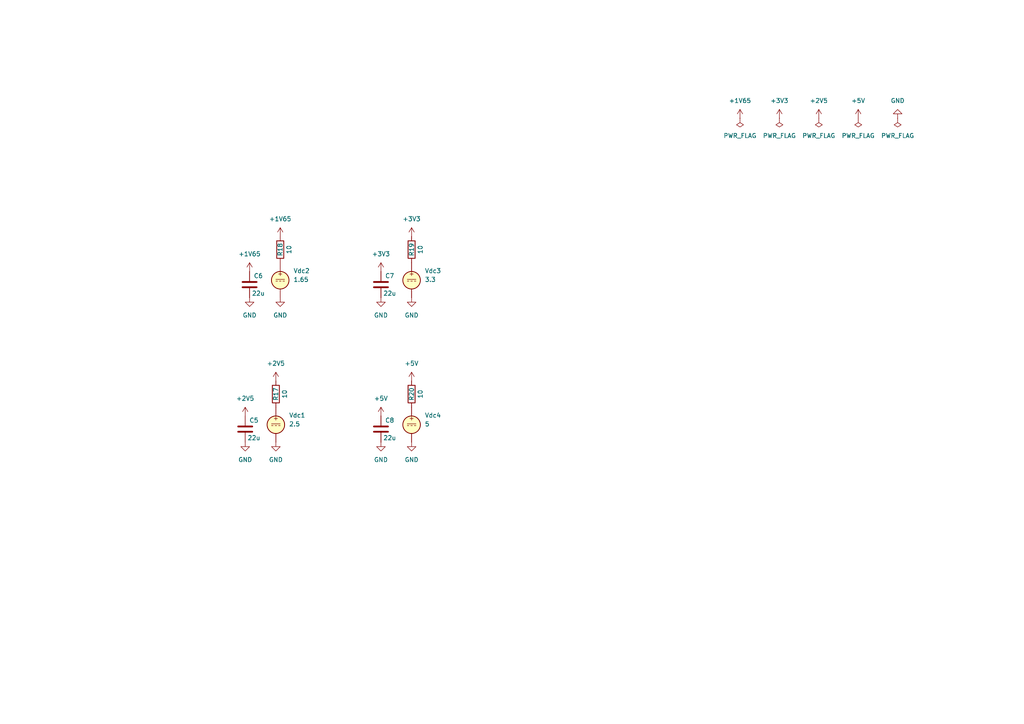
<source format=kicad_sch>
(kicad_sch (version 20211123) (generator eeschema)
  (paper "A4")
  (lib_symbols
    (symbol "Device:C" (pin_numbers hide) (pin_names (offset 0.254))
      (property "Reference" "C" (at 0.635 2.54 0))
      (property "Value" "C" (at 0.635 -2.54 0))
      (symbol "C_0_1"
        (polyline (pts (xy -2.032 -0.762) (xy 2.032 -0.762)) (stroke (width 0.508)))
        (polyline (pts (xy -2.032 0.762) (xy 2.032 0.762)) (stroke (width 0.508)))
      )
      (symbol "C_1_1"
        (pin passive line (at 0 3.81 270) (length 2.794) (name "~") (number "1"))
        (pin passive line (at 0 -3.81 90) (length 2.794) (name "~") (number "2"))
      )
    )
    (symbol "Device:R" (pin_numbers hide) (pin_names (offset 0))
      (property "Reference" "R" (at 2.032 0 90))
      (property "Value" "R" (at 0 0 90))
      (symbol "R_0_1"
        (rectangle (start -1.016 -2.54) (end 1.016 2.54) (stroke (width 0.254)))
      )
      (symbol "R_1_1"
        (pin passive line (at 0 3.81 270) (length 1.27) (name "~") (number "1"))
        (pin passive line (at 0 -3.81 90) (length 1.27) (name "~") (number "2"))
      )
    )
    (symbol "Library:+1V65" (power) (pin_names (offset 0))
      (property "Value" "+1V65" (at 0 5.08 0))
      (symbol "+1V65_0_1"
        (polyline (pts (xy -0.762 1.27) (xy 0 2.54)))
        (polyline (pts (xy 0 0) (xy 0 2.54)))
        (polyline (pts (xy 0 2.54) (xy 0.762 1.27)))
      )
      (symbol "+1V65_1_1"
        (pin power_in line (at 0 0 90) (length 0) hide (name "+1V65") (number "1"))
      )
    )
    (symbol "Simulation_SPICE:VDC" (pin_numbers hide) (pin_names (offset 0.0254))
      (property "Reference" "V" (at 2.54 2.54 0))
      (property "Value" "VDC" (at 2.54 0 0))
      (property "Spice_Model" "dc(1)" (at 2.54 -2.54 0))
      (symbol "VDC_0_0"
        (polyline (pts (xy -1.27 0.254) (xy 1.27 0.254)))
        (polyline (pts (xy -0.762 -0.254) (xy -1.27 -0.254)))
        (polyline (pts (xy 0.254 -0.254) (xy -0.254 -0.254)))
        (polyline (pts (xy 1.27 -0.254) (xy 0.762 -0.254)))
        (text "+" (at 0 1.905 0) (effects (font (size 1.27 1.27))))
      )
      (symbol "VDC_0_1"
        (circle (center 0 0) (radius 2.54) (stroke (width 0.254)) (fill (type background)))
      )
      (symbol "VDC_1_1"
        (pin passive line (at 0 5.08 270) (length 2.54) (name "~") (number "1"))
        (pin passive line (at 0 -5.08 90) (length 2.54) (name "~") (number "2"))
      )
    )
    (symbol "power:+2V5" (power) (pin_names (offset 0))
      (property "Value" "+2V5" (at 0 3.556 0))
      (symbol "+2V5_0_1"
        (polyline (pts (xy -0.762 1.27) (xy 0 2.54)))
        (polyline (pts (xy 0 0) (xy 0 2.54)))
        (polyline (pts (xy 0 2.54) (xy 0.762 1.27)))
      )
      (symbol "+2V5_1_1"
        (pin power_in line (at 0 0 90) (length 0) hide (name "+2V5") (number "1"))
      )
    )
    (symbol "power:+3V3" (power) (pin_names (offset 0))
      (property "Value" "+3V3" (at 0 3.556 0))
      (symbol "+3V3_0_1"
        (polyline (pts (xy -0.762 1.27) (xy 0 2.54)))
        (polyline (pts (xy 0 0) (xy 0 2.54)))
        (polyline (pts (xy 0 2.54) (xy 0.762 1.27)))
      )
      (symbol "+3V3_1_1"
        (pin power_in line (at 0 0 90) (length 0) hide (name "+3V3") (number "1"))
      )
    )
    (symbol "power:+5V" (power) (pin_names (offset 0))
      (property "Value" "+5V" (at 0 3.556 0))
      (symbol "+5V_0_1"
        (polyline (pts (xy -0.762 1.27) (xy 0 2.54)))
        (polyline (pts (xy 0 0) (xy 0 2.54)))
        (polyline (pts (xy 0 2.54) (xy 0.762 1.27)))
      )
      (symbol "+5V_1_1"
        (pin power_in line (at 0 0 90) (length 0) hide (name "+5V") (number "1"))
      )
    )
    (symbol "power:GND" (power) (pin_names (offset 0))
      (property "Value" "GND" (at 0 -3.81 0))
      (symbol "GND_0_1"
        (polyline (pts (xy 0 0) (xy 0 -1.27) (xy 1.27 -1.27) (xy 0 -2.54) (xy -1.27 -1.27) (xy 0 -1.27)))
      )
      (symbol "GND_1_1"
        (pin power_in line (at 0 0 270) (length 0) hide (name "GND") (number "1"))
      )
    )
    (symbol "power:PWR_FLAG" (power) (pin_numbers hide) (pin_names (offset 0) hide)
      (property "Value" "PWR_FLAG" (at 0 3.81 0))
      (symbol "PWR_FLAG_0_0"
        (pin power_out line (at 0 0 90) (length 0) (name "pwr") (number "1"))
      )
      (symbol "PWR_FLAG_0_1"
        (polyline (pts (xy 0 0) (xy 0 1.27) (xy -1.016 1.905) (xy 0 2.54) (xy 1.016 1.905) (xy 0 1.27)))
      )
    )
  )
  (symbol (lib_id "power:PWR_FLAG") (at 260.35 34.29 0) (mirror x) (unit 1)
    (property "Reference" "#FLG05" (effects hide))
    (property "Value" "PWR_FLAG" (at 260.35 39.37 0))
  )
  (symbol (lib_id "power:+5V") (at 110.49 120.65 0) (unit 1)
    (property "Reference" "#PWR026" (effects hide))
    (property "Value" "+5V" (at 110.49 115.57 0))
  )
  (symbol (lib_id "Device:C") (at 110.49 124.46 180) (unit 1)
    (property "Reference" "C8" (at 113.03 121.92 0))
    (property "Value" "22u" (at 113.03 127 0))
  )
  (symbol (lib_id "Simulation_SPICE:VDC") (at 119.38 123.19 0) (unit 1)
    (property "Reference" "Vdc4" (at 123.19 120.4601 0) (effects (justify left)))
    (property "Value" "5V" (at 123.19 123.0001 0) (effects (justify left)))
    (property "Spice_Netlist_Enabled" "Y" (effects hide))
    (property "Spice_Primitive" "V" (effects hide))
    (property "Spice_Model" "dc 5" (at 123.19 125.5401 0) (effects (justify left)))
  )
  (symbol (lib_id "power:+3V3") (at 119.38 68.58 0) (unit 1)
    (property "Reference" "#PWR028" (effects hide))
    (property "Value" "+3V3" (at 119.38 63.5 0))
  )
  (symbol (lib_id "power:+5V") (at 248.92 34.29 0) (unit 1)
    (property "Reference" "#PWR035" (effects hide))
    (property "Value" "+5V" (at 248.92 29.21 0))
  )
  (symbol (lib_id "power:+3V3") (at 226.06 34.29 0) (unit 1)
    (property "Reference" "#PWR033" (effects hide))
    (property "Value" "+3V3" (at 226.06 29.21 0))
  )
  (symbol (lib_id "Library:+1V65") (at 81.28 68.58 0) (unit 1)
    (property "Reference" "#PWR022" (effects hide))
    (property "Value" "+1V65" (at 81.28 63.5 0))
  )
  (symbol (lib_id "power:GND") (at 110.49 128.27 0) (unit 1)
    (property "Reference" "#PWR027" (effects hide))
    (property "Value" "GND" (at 110.49 133.35 0))
  )
  (symbol (lib_id "power:PWR_FLAG") (at 226.06 34.29 0) (mirror x) (unit 1)
    (property "Reference" "#FLG02" (effects hide))
    (property "Value" "PWR_FLAG" (at 226.06 39.37 0))
  )
  (symbol (lib_id "Device:R") (at 81.28 72.39 0) (mirror x) (unit 1)
    (property "Reference" "R18" (at 81.28 72.39 90))
    (property "Value" "10" (at 83.82 72.39 90))
  )
  (symbol (lib_id "Device:R") (at 119.38 72.39 0) (mirror x) (unit 1)
    (property "Reference" "R19" (at 119.38 72.39 90))
    (property "Value" "10" (at 121.92 72.39 90))
  )
  (symbol (lib_id "Library:+1V65") (at 72.39 78.74 0) (unit 1)
    (property "Reference" "#PWR018" (effects hide))
    (property "Value" "+1V65" (at 72.39 73.66 0))
  )
  (symbol (lib_id "power:+2V5") (at 80.01 110.49 0) (unit 1)
    (property "Reference" "#PWR020" (effects hide))
    (property "Value" "+2V5" (at 80.01 105.41 0))
  )
  (symbol (lib_id "power:PWR_FLAG") (at 237.49 34.29 0) (mirror x) (unit 1)
    (property "Reference" "#FLG03" (effects hide))
    (property "Value" "PWR_FLAG" (at 237.49 39.37 0))
  )
  (symbol (lib_id "Device:C") (at 72.39 82.55 180) (unit 1)
    (property "Reference" "C6" (at 74.93 80.01 0))
    (property "Value" "22u" (at 74.93 85.09 0))
  )
  (symbol (lib_id "power:+3V3") (at 110.49 78.74 0) (unit 1)
    (property "Reference" "#PWR024" (effects hide))
    (property "Value" "+3V3" (at 110.49 73.66 0))
  )
  (symbol (lib_id "power:GND") (at 119.38 86.36 0) (unit 1)
    (property "Reference" "#PWR029" (effects hide))
    (property "Value" "GND" (at 119.38 91.44 0))
  )
  (symbol (lib_id "power:GND") (at 71.12 128.27 0) (unit 1)
    (property "Reference" "#PWR017" (effects hide))
    (property "Value" "GND" (at 71.12 133.35 0))
  )
  (symbol (lib_id "power:+5V") (at 119.38 110.49 0) (unit 1)
    (property "Reference" "#PWR030" (effects hide))
    (property "Value" "+5V" (at 119.38 105.41 0))
  )
  (symbol (lib_id "power:GND") (at 119.38 128.27 0) (unit 1)
    (property "Reference" "#PWR031" (effects hide))
    (property "Value" "GND" (at 119.38 133.35 0))
  )
  (symbol (lib_id "power:GND") (at 72.39 86.36 0) (unit 1)
    (property "Reference" "#PWR019" (effects hide))
    (property "Value" "GND" (at 72.39 91.44 0))
  )
  (symbol (lib_id "power:PWR_FLAG") (at 214.63 34.29 0) (mirror x) (unit 1)
    (property "Reference" "#FLG01" (effects hide))
    (property "Value" "PWR_FLAG" (at 214.63 39.37 0))
  )
  (symbol (lib_id "power:GND") (at 260.35 34.29 180) (unit 1)
    (property "Reference" "#PWR036" (effects hide))
    (property "Value" "GND" (at 260.35 29.21 0))
  )
  (symbol (lib_id "power:+2V5") (at 237.49 34.29 0) (unit 1)
    (property "Reference" "#PWR034" (effects hide))
    (property "Value" "+2V5" (at 237.49 29.21 0))
  )
  (symbol (lib_id "Simulation_SPICE:VDC") (at 119.38 81.28 0) (unit 1)
    (property "Reference" "Vdc3" (at 123.19 78.5501 0) (effects (justify left)))
    (property "Value" "3V3" (at 123.19 81.0901 0) (effects (justify left)))
    (property "Spice_Netlist_Enabled" "Y" (effects hide))
    (property "Spice_Primitive" "V" (effects hide))
    (property "Spice_Model" "dc 3.3" (at 123.19 83.6301 0) (effects (justify left)))
  )
  (symbol (lib_id "power:GND") (at 80.01 128.27 0) (unit 1)
    (property "Reference" "#PWR021" (effects hide))
    (property "Value" "GND" (at 80.01 133.35 0))
  )
  (symbol (lib_id "Device:C") (at 71.12 124.46 180) (unit 1)
    (property "Reference" "C5" (at 73.66 121.92 0))
    (property "Value" "22u" (at 73.66 127 0))
  )
  (symbol (lib_id "Device:R") (at 119.38 114.3 0) (mirror x) (unit 1)
    (property "Reference" "R20" (at 119.38 114.3 90))
    (property "Value" "10" (at 121.92 114.3 90))
  )
  (symbol (lib_id "Simulation_SPICE:VDC") (at 81.28 81.28 0) (unit 1)
    (property "Reference" "Vdc2" (at 85.09 78.5501 0) (effects (justify left)))
    (property "Value" "1V65" (at 85.09 81.0901 0) (effects (justify left)))
    (property "Spice_Netlist_Enabled" "Y" (effects hide))
    (property "Spice_Primitive" "V" (effects hide))
    (property "Spice_Model" "dc 1.65" (at 85.09 83.6301 0) (effects (justify left)))
  )
  (symbol (lib_id "power:GND") (at 110.49 86.36 0) (unit 1)
    (property "Reference" "#PWR025" (effects hide))
    (property "Value" "GND" (at 110.49 91.44 0))
  )
  (symbol (lib_id "Device:R") (at 80.01 114.3 0) (mirror x) (unit 1)
    (property "Reference" "R17" (at 80.01 114.3 90))
    (property "Value" "10" (at 82.55 114.3 90))
  )
  (symbol (lib_id "Device:C") (at 110.49 82.55 180) (unit 1)
    (property "Reference" "C7" (at 113.03 80.01 0))
    (property "Value" "22u" (at 113.03 85.09 0))
  )
  (symbol (lib_id "power:+2V5") (at 71.12 120.65 0) (unit 1)
    (property "Reference" "#PWR016" (effects hide))
    (property "Value" "+2V5" (at 71.12 115.57 0))
  )
  (symbol (lib_id "Library:+1V65") (at 214.63 34.29 0) (unit 1)
    (property "Reference" "#PWR032" (effects hide))
    (property "Value" "+1V65" (at 214.63 29.21 0))
  )
  (symbol (lib_id "power:PWR_FLAG") (at 248.92 34.29 0) (mirror x) (unit 1)
    (property "Reference" "#FLG04" (effects hide))
    (property "Value" "PWR_FLAG" (at 248.92 39.37 0))
  )
  (symbol (lib_id "power:GND") (at 81.28 86.36 0) (unit 1)
    (property "Reference" "#PWR023" (effects hide))
    (property "Value" "GND" (at 81.28 91.44 0))
  )
  (symbol (lib_id "Simulation_SPICE:VDC") (at 80.01 123.19 0) (unit 1)
    (property "Reference" "Vdc1" (at 83.82 120.4601 0) (effects (justify left)))
    (property "Value" "2V5" (at 83.82 123.0001 0) (effects (justify left)))
    (property "Spice_Netlist_Enabled" "Y" (effects hide))
    (property "Spice_Primitive" "V" (effects hide))
    (property "Spice_Model" "dc 2.5" (at 83.82 125.5401 0) (effects (justify left)))
  )
)
</source>
